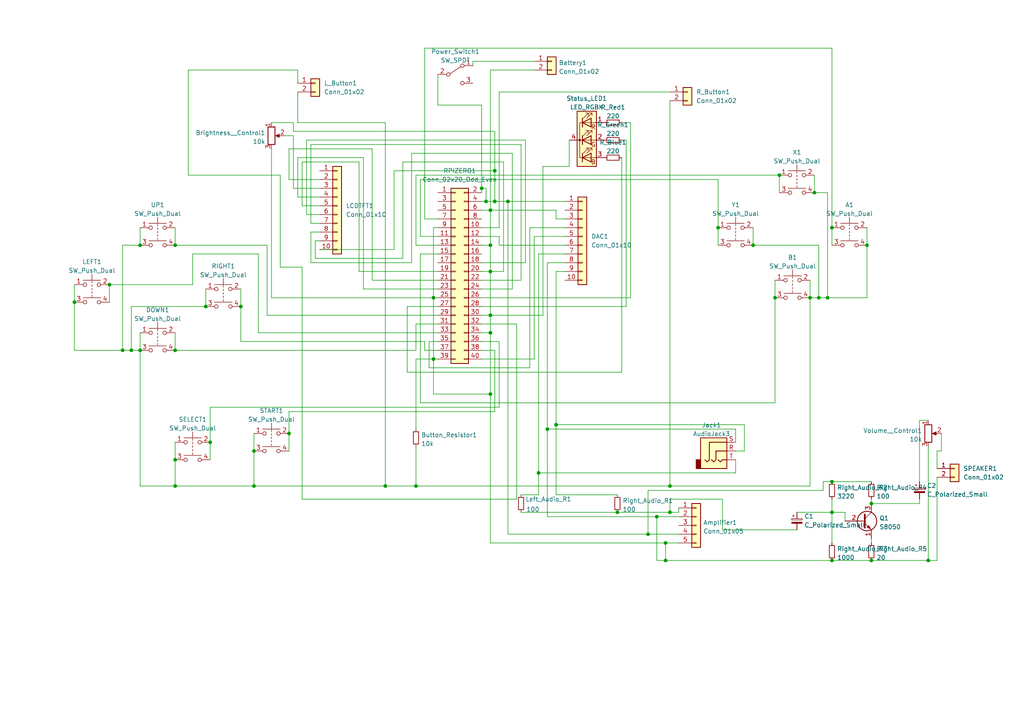
<source format=kicad_sch>
(kicad_sch (version 20211123) (generator eeschema)
  (paper "A4")
  (lib_symbols
    (symbol "Connector:AudioJack3"
      (property "Reference" "J" (at 0 8.89 0))
      (property "Value" "AudioJack3" (at 0 6.35 0))
      (symbol "AudioJack3_0_1"
        (rectangle (start -5.08 -5.08) (end -6.35 -2.54) (stroke (width 0.254)) (fill (type outline)))
        (polyline (pts (xy 0 -2.54) (xy 0.635 -3.175) (xy 1.27 -2.54) (xy 2.54 -2.54)) (stroke (width 0.254)))
        (polyline (pts (xy -1.905 -2.54) (xy -1.27 -3.175) (xy -0.635 -2.54) (xy -0.635 0) (xy 2.54 0)) (stroke (width 0.254)))
        (polyline (pts (xy 2.54 2.54) (xy -2.54 2.54) (xy -2.54 -2.54) (xy -3.175 -3.175) (xy -3.81 -2.54)) (stroke (width 0.254)))
        (rectangle (start 2.54 3.81) (end -5.08 -5.08) (stroke (width 0.254)) (fill (type background)))
      )
      (symbol "AudioJack3_1_1"
        (pin passive line (at 5.08 0 180) (length 2.54) (name "~") (number "R"))
        (pin passive line (at 5.08 2.54 180) (length 2.54) (name "~") (number "S"))
        (pin passive line (at 5.08 -2.54 180) (length 2.54) (name "~") (number "T"))
      )
    )
    (symbol "Connector_Generic:Conn_01x02" (pin_names (offset 1.016) hide)
      (property "Reference" "J" (at 0 2.54 0))
      (property "Value" "Conn_01x02" (at 0 -5.08 0))
      (symbol "Conn_01x02_1_1"
        (rectangle (start -1.27 -2.413) (end 0 -2.667) (stroke (width 0.1524)))
        (rectangle (start -1.27 0.127) (end 0 -0.127) (stroke (width 0.1524)))
        (rectangle (start -1.27 1.27) (end 1.27 -3.81) (stroke (width 0.254)) (fill (type background)))
        (pin passive line (at -5.08 0 0) (length 3.81) (name "Pin_1") (number "1"))
        (pin passive line (at -5.08 -2.54 0) (length 3.81) (name "Pin_2") (number "2"))
      )
    )
    (symbol "Connector_Generic:Conn_01x05" (pin_names (offset 1.016) hide)
      (property "Reference" "J" (at 0 7.62 0))
      (property "Value" "Conn_01x05" (at 0 -7.62 0))
      (symbol "Conn_01x05_1_1"
        (rectangle (start -1.27 -4.953) (end 0 -5.207) (stroke (width 0.1524)))
        (rectangle (start -1.27 -2.413) (end 0 -2.667) (stroke (width 0.1524)))
        (rectangle (start -1.27 0.127) (end 0 -0.127) (stroke (width 0.1524)))
        (rectangle (start -1.27 2.667) (end 0 2.413) (stroke (width 0.1524)))
        (rectangle (start -1.27 5.207) (end 0 4.953) (stroke (width 0.1524)))
        (rectangle (start -1.27 6.35) (end 1.27 -6.35) (stroke (width 0.254)) (fill (type background)))
        (pin passive line (at -5.08 5.08 0) (length 3.81) (name "Pin_1") (number "1"))
        (pin passive line (at -5.08 2.54 0) (length 3.81) (name "Pin_2") (number "2"))
        (pin passive line (at -5.08 0 0) (length 3.81) (name "Pin_3") (number "3"))
        (pin passive line (at -5.08 -2.54 0) (length 3.81) (name "Pin_4") (number "4"))
        (pin passive line (at -5.08 -5.08 0) (length 3.81) (name "Pin_5") (number "5"))
      )
    )
    (symbol "Connector_Generic:Conn_01x10" (pin_names (offset 1.016) hide)
      (property "Reference" "J" (at 0 12.7 0))
      (property "Value" "Conn_01x10" (at 0 -15.24 0))
      (symbol "Conn_01x10_1_1"
        (rectangle (start -1.27 -12.573) (end 0 -12.827) (stroke (width 0.1524)))
        (rectangle (start -1.27 -10.033) (end 0 -10.287) (stroke (width 0.1524)))
        (rectangle (start -1.27 -7.493) (end 0 -7.747) (stroke (width 0.1524)))
        (rectangle (start -1.27 -4.953) (end 0 -5.207) (stroke (width 0.1524)))
        (rectangle (start -1.27 -2.413) (end 0 -2.667) (stroke (width 0.1524)))
        (rectangle (start -1.27 0.127) (end 0 -0.127) (stroke (width 0.1524)))
        (rectangle (start -1.27 2.667) (end 0 2.413) (stroke (width 0.1524)))
        (rectangle (start -1.27 5.207) (end 0 4.953) (stroke (width 0.1524)))
        (rectangle (start -1.27 7.747) (end 0 7.493) (stroke (width 0.1524)))
        (rectangle (start -1.27 10.287) (end 0 10.033) (stroke (width 0.1524)))
        (rectangle (start -1.27 11.43) (end 1.27 -13.97) (stroke (width 0.254)) (fill (type background)))
        (pin passive line (at -5.08 10.16 0) (length 3.81) (name "Pin_1") (number "1"))
        (pin passive line (at -5.08 -12.7 0) (length 3.81) (name "Pin_10") (number "10"))
        (pin passive line (at -5.08 7.62 0) (length 3.81) (name "Pin_2") (number "2"))
        (pin passive line (at -5.08 5.08 0) (length 3.81) (name "Pin_3") (number "3"))
        (pin passive line (at -5.08 2.54 0) (length 3.81) (name "Pin_4") (number "4"))
        (pin passive line (at -5.08 0 0) (length 3.81) (name "Pin_5") (number "5"))
        (pin passive line (at -5.08 -2.54 0) (length 3.81) (name "Pin_6") (number "6"))
        (pin passive line (at -5.08 -5.08 0) (length 3.81) (name "Pin_7") (number "7"))
        (pin passive line (at -5.08 -7.62 0) (length 3.81) (name "Pin_8") (number "8"))
        (pin passive line (at -5.08 -10.16 0) (length 3.81) (name "Pin_9") (number "9"))
      )
    )
    (symbol "Connector_Generic:Conn_02x20_Odd_Even" (pin_names (offset 1.016) hide)
      (property "Reference" "J" (at 1.27 25.4 0))
      (property "Value" "Conn_02x20_Odd_Even" (at 1.27 -27.94 0))
      (symbol "Conn_02x20_Odd_Even_1_1"
        (rectangle (start -1.27 -25.273) (end 0 -25.527) (stroke (width 0.1524)))
        (rectangle (start -1.27 -22.733) (end 0 -22.987) (stroke (width 0.1524)))
        (rectangle (start -1.27 -20.193) (end 0 -20.447) (stroke (width 0.1524)))
        (rectangle (start -1.27 -17.653) (end 0 -17.907) (stroke (width 0.1524)))
        (rectangle (start -1.27 -15.113) (end 0 -15.367) (stroke (width 0.1524)))
        (rectangle (start -1.27 -12.573) (end 0 -12.827) (stroke (width 0.1524)))
        (rectangle (start -1.27 -10.033) (end 0 -10.287) (stroke (width 0.1524)))
        (rectangle (start -1.27 -7.493) (end 0 -7.747) (stroke (width 0.1524)))
        (rectangle (start -1.27 -4.953) (end 0 -5.207) (stroke (width 0.1524)))
        (rectangle (start -1.27 -2.413) (end 0 -2.667) (stroke (width 0.1524)))
        (rectangle (start -1.27 0.127) (end 0 -0.127) (stroke (width 0.1524)))
        (rectangle (start -1.27 2.667) (end 0 2.413) (stroke (width 0.1524)))
        (rectangle (start -1.27 5.207) (end 0 4.953) (stroke (width 0.1524)))
        (rectangle (start -1.27 7.747) (end 0 7.493) (stroke (width 0.1524)))
        (rectangle (start -1.27 10.287) (end 0 10.033) (stroke (width 0.1524)))
        (rectangle (start -1.27 12.827) (end 0 12.573) (stroke (width 0.1524)))
        (rectangle (start -1.27 15.367) (end 0 15.113) (stroke (width 0.1524)))
        (rectangle (start -1.27 17.907) (end 0 17.653) (stroke (width 0.1524)))
        (rectangle (start -1.27 20.447) (end 0 20.193) (stroke (width 0.1524)))
        (rectangle (start -1.27 22.987) (end 0 22.733) (stroke (width 0.1524)))
        (rectangle (start -1.27 24.13) (end 3.81 -26.67) (stroke (width 0.254)) (fill (type background)))
        (rectangle (start 3.81 -25.273) (end 2.54 -25.527) (stroke (width 0.1524)))
        (rectangle (start 3.81 -22.733) (end 2.54 -22.987) (stroke (width 0.1524)))
        (rectangle (start 3.81 -20.193) (end 2.54 -20.447) (stroke (width 0.1524)))
        (rectangle (start 3.81 -17.653) (end 2.54 -17.907) (stroke (width 0.1524)))
        (rectangle (start 3.81 -15.113) (end 2.54 -15.367) (stroke (width 0.1524)))
        (rectangle (start 3.81 -12.573) (end 2.54 -12.827) (stroke (width 0.1524)))
        (rectangle (start 3.81 -10.033) (end 2.54 -10.287) (stroke (width 0.1524)))
        (rectangle (start 3.81 -7.493) (end 2.54 -7.747) (stroke (width 0.1524)))
        (rectangle (start 3.81 -4.953) (end 2.54 -5.207) (stroke (width 0.1524)))
        (rectangle (start 3.81 -2.413) (end 2.54 -2.667) (stroke (width 0.1524)))
        (rectangle (start 3.81 0.127) (end 2.54 -0.127) (stroke (width 0.1524)))
        (rectangle (start 3.81 2.667) (end 2.54 2.413) (stroke (width 0.1524)))
        (rectangle (start 3.81 5.207) (end 2.54 4.953) (stroke (width 0.1524)))
        (rectangle (start 3.81 7.747) (end 2.54 7.493) (stroke (width 0.1524)))
        (rectangle (start 3.81 10.287) (end 2.54 10.033) (stroke (width 0.1524)))
        (rectangle (start 3.81 12.827) (end 2.54 12.573) (stroke (width 0.1524)))
        (rectangle (start 3.81 15.367) (end 2.54 15.113) (stroke (width 0.1524)))
        (rectangle (start 3.81 17.907) (end 2.54 17.653) (stroke (width 0.1524)))
        (rectangle (start 3.81 20.447) (end 2.54 20.193) (stroke (width 0.1524)))
        (rectangle (start 3.81 22.987) (end 2.54 22.733) (stroke (width 0.1524)))
        (pin passive line (at -5.08 22.86 0) (length 3.81) (name "Pin_1") (number "1"))
        (pin passive line (at 7.62 12.7 180) (length 3.81) (name "Pin_10") (number "10"))
        (pin passive line (at -5.08 10.16 0) (length 3.81) (name "Pin_11") (number "11"))
        (pin passive line (at 7.62 10.16 180) (length 3.81) (name "Pin_12") (number "12"))
        (pin passive line (at -5.08 7.62 0) (length 3.81) (name "Pin_13") (number "13"))
        (pin passive line (at 7.62 7.62 180) (length 3.81) (name "Pin_14") (number "14"))
        (pin passive line (at -5.08 5.08 0) (length 3.81) (name "Pin_15") (number "15"))
        (pin passive line (at 7.62 5.08 180) (length 3.81) (name "Pin_16") (number "16"))
        (pin passive line (at -5.08 2.54 0) (length 3.81) (name "Pin_17") (number "17"))
        (pin passive line (at 7.62 2.54 180) (length 3.81) (name "Pin_18") (number "18"))
        (pin passive line (at -5.08 0 0) (length 3.81) (name "Pin_19") (number "19"))
        (pin passive line (at 7.62 22.86 180) (length 3.81) (name "Pin_2") (number "2"))
        (pin passive line (at 7.62 0 180) (length 3.81) (name "Pin_20") (number "20"))
        (pin passive line (at -5.08 -2.54 0) (length 3.81) (name "Pin_21") (number "21"))
        (pin passive line (at 7.62 -2.54 180) (length 3.81) (name "Pin_22") (number "22"))
        (pin passive line (at -5.08 -5.08 0) (length 3.81) (name "Pin_23") (number "23"))
        (pin passive line (at 7.62 -5.08 180) (length 3.81) (name "Pin_24") (number "24"))
        (pin passive line (at -5.08 -7.62 0) (length 3.81) (name "Pin_25") (number "25"))
        (pin passive line (at 7.62 -7.62 180) (length 3.81) (name "Pin_26") (number "26"))
        (pin passive line (at -5.08 -10.16 0) (length 3.81) (name "Pin_27") (number "27"))
        (pin passive line (at 7.62 -10.16 180) (length 3.81) (name "Pin_28") (number "28"))
        (pin passive line (at -5.08 -12.7 0) (length 3.81) (name "Pin_29") (number "29"))
        (pin passive line (at -5.08 20.32 0) (length 3.81) (name "Pin_3") (number "3"))
        (pin passive line (at 7.62 -12.7 180) (length 3.81) (name "Pin_30") (number "30"))
        (pin passive line (at -5.08 -15.24 0) (length 3.81) (name "Pin_31") (number "31"))
        (pin passive line (at 7.62 -15.24 180) (length 3.81) (name "Pin_32") (number "32"))
        (pin passive line (at -5.08 -17.78 0) (length 3.81) (name "Pin_33") (number "33"))
        (pin passive line (at 7.62 -17.78 180) (length 3.81) (name "Pin_34") (number "34"))
        (pin passive line (at -5.08 -20.32 0) (length 3.81) (name "Pin_35") (number "35"))
        (pin passive line (at 7.62 -20.32 180) (length 3.81) (name "Pin_36") (number "36"))
        (pin passive line (at -5.08 -22.86 0) (length 3.81) (name "Pin_37") (number "37"))
        (pin passive line (at 7.62 -22.86 180) (length 3.81) (name "Pin_38") (number "38"))
        (pin passive line (at -5.08 -25.4 0) (length 3.81) (name "Pin_39") (number "39"))
        (pin passive line (at 7.62 20.32 180) (length 3.81) (name "Pin_4") (number "4"))
        (pin passive line (at 7.62 -25.4 180) (length 3.81) (name "Pin_40") (number "40"))
        (pin passive line (at -5.08 17.78 0) (length 3.81) (name "Pin_5") (number "5"))
        (pin passive line (at 7.62 17.78 180) (length 3.81) (name "Pin_6") (number "6"))
        (pin passive line (at -5.08 15.24 0) (length 3.81) (name "Pin_7") (number "7"))
        (pin passive line (at 7.62 15.24 180) (length 3.81) (name "Pin_8") (number "8"))
        (pin passive line (at -5.08 12.7 0) (length 3.81) (name "Pin_9") (number "9"))
      )
    )
    (symbol "Device:C_Polarized_Small" (pin_numbers hide) (pin_names (offset 0.254) hide)
      (property "Reference" "C" (at 0.254 1.778 0))
      (property "Value" "C_Polarized_Small" (at 0.254 -2.032 0))
      (symbol "C_Polarized_Small_0_1"
        (rectangle (start -1.524 -0.3048) (end 1.524 -0.6858) (fill (type outline)))
        (rectangle (start -1.524 0.6858) (end 1.524 0.3048))
        (polyline (pts (xy -1.27 1.524) (xy -0.762 1.524)))
        (polyline (pts (xy -1.016 1.27) (xy -1.016 1.778)))
      )
      (symbol "C_Polarized_Small_1_1"
        (pin passive line (at 0 2.54 270) (length 1.8542) (name "~") (number "1"))
        (pin passive line (at 0 -2.54 90) (length 1.8542) (name "~") (number "2"))
      )
    )
    (symbol "Device:LED_RGBK" (pin_names (offset 0) hide)
      (property "Reference" "D" (at 0 9.398 0))
      (property "Value" "LED_RGBK" (at 0 -8.89 0))
      (symbol "LED_RGBK_0_0"
        (text "B" (at 1.905 -6.35 0) (effects (font (size 1.27 1.27))))
        (text "G" (at 1.905 -1.27 0) (effects (font (size 1.27 1.27))))
        (text "R" (at 1.905 3.81 0) (effects (font (size 1.27 1.27))))
      )
      (symbol "LED_RGBK_0_1"
        (circle (center -2.032 0) (radius 0.254) (fill (type outline)))
        (polyline (pts (xy -1.27 -5.08) (xy 1.27 -5.08)))
        (polyline (pts (xy -1.27 -3.81) (xy -1.27 -6.35)) (stroke (width 0.254)))
        (polyline (pts (xy -1.27 0) (xy -2.54 0)))
        (polyline (pts (xy -1.27 1.27) (xy -1.27 -1.27)) (stroke (width 0.254)))
        (polyline (pts (xy -1.27 5.08) (xy 1.27 5.08)))
        (polyline (pts (xy -1.27 6.35) (xy -1.27 3.81)) (stroke (width 0.254)))
        (polyline (pts (xy 1.27 -5.08) (xy 2.54 -5.08)))
        (polyline (pts (xy 1.27 0) (xy -1.27 0)))
        (polyline (pts (xy 1.27 0) (xy 2.54 0)))
        (polyline (pts (xy 1.27 5.08) (xy 2.54 5.08)))
        (polyline (pts (xy -1.27 1.27) (xy -1.27 -1.27) (xy -1.27 -1.27)))
        (polyline (pts (xy -1.27 6.35) (xy -1.27 3.81) (xy -1.27 3.81)))
        (polyline (pts (xy -1.27 5.08) (xy -2.032 5.08) (xy -2.032 -5.08) (xy -1.016 -5.08)))
        (polyline (pts (xy 1.27 -3.81) (xy 1.27 -6.35) (xy -1.27 -5.08) (xy 1.27 -3.81)) (stroke (width 0.254)))
        (polyline (pts (xy 1.27 1.27) (xy 1.27 -1.27) (xy -1.27 0) (xy 1.27 1.27)) (stroke (width 0.254)))
        (polyline (pts (xy 1.27 6.35) (xy 1.27 3.81) (xy -1.27 5.08) (xy 1.27 6.35)) (stroke (width 0.254)))
        (polyline (pts (xy -1.016 -3.81) (xy 0.508 -2.286) (xy -0.254 -2.286) (xy 0.508 -2.286) (xy 0.508 -3.048)))
        (polyline (pts (xy -1.016 1.27) (xy 0.508 2.794) (xy -0.254 2.794) (xy 0.508 2.794) (xy 0.508 2.032)))
        (polyline (pts (xy -1.016 6.35) (xy 0.508 7.874) (xy -0.254 7.874) (xy 0.508 7.874) (xy 0.508 7.112)))
        (polyline (pts (xy 0 -3.81) (xy 1.524 -2.286) (xy 0.762 -2.286) (xy 1.524 -2.286) (xy 1.524 -3.048)))
        (polyline (pts (xy 0 1.27) (xy 1.524 2.794) (xy 0.762 2.794) (xy 1.524 2.794) (xy 1.524 2.032)))
        (polyline (pts (xy 0 6.35) (xy 1.524 7.874) (xy 0.762 7.874) (xy 1.524 7.874) (xy 1.524 7.112)))
        (rectangle (start 1.27 -1.27) (end 1.27 1.27))
        (rectangle (start 1.27 1.27) (end 1.27 1.27))
        (rectangle (start 1.27 3.81) (end 1.27 6.35))
        (rectangle (start 1.27 6.35) (end 1.27 6.35))
        (rectangle (start 2.794 8.382) (end -2.794 -7.62) (stroke (width 0.254)) (fill (type background)))
      )
      (symbol "LED_RGBK_1_1"
        (pin passive line (at 5.08 5.08 180) (length 2.54) (name "RA") (number "1"))
        (pin passive line (at 5.08 0 180) (length 2.54) (name "GA") (number "2"))
        (pin passive line (at 5.08 -5.08 180) (length 2.54) (name "BA") (number "3"))
        (pin passive line (at -5.08 0 0) (length 2.54) (name "K") (number "4"))
      )
    )
    (symbol "Device:R_Potentiometer" (pin_names (offset 1.016) hide)
      (property "Reference" "RV" (at -4.445 0 90))
      (property "Value" "R_Potentiometer" (at -2.54 0 90))
      (symbol "R_Potentiometer_0_1"
        (polyline (pts (xy 2.54 0) (xy 1.524 0)))
        (polyline (pts (xy 1.143 0) (xy 2.286 0.508) (xy 2.286 -0.508) (xy 1.143 0)) (fill (type outline)))
        (rectangle (start 1.016 2.54) (end -1.016 -2.54) (stroke (width 0.254)))
      )
      (symbol "R_Potentiometer_1_1"
        (pin passive line (at 0 3.81 270) (length 1.27) (name "1") (number "1"))
        (pin passive line (at 3.81 0 180) (length 1.27) (name "2") (number "2"))
        (pin passive line (at 0 -3.81 90) (length 1.27) (name "3") (number "3"))
      )
    )
    (symbol "Device:R_Small" (pin_numbers hide) (pin_names (offset 0.254) hide)
      (property "Reference" "R" (at 0.762 0.508 0))
      (property "Value" "R_Small" (at 0.762 -1.016 0))
      (symbol "R_Small_0_1"
        (rectangle (start -0.762 1.778) (end 0.762 -1.778) (stroke (width 0.2032)))
      )
      (symbol "R_Small_1_1"
        (pin passive line (at 0 2.54 270) (length 0.762) (name "~") (number "1"))
        (pin passive line (at 0 -2.54 90) (length 0.762) (name "~") (number "2"))
      )
    )
    (symbol "Switch:SW_Push_Dual" (pin_names (offset 1.016) hide)
      (property "Reference" "SW" (at 1.27 2.54 0))
      (property "Value" "SW_Push_Dual" (at 0 -6.858 0))
      (symbol "SW_Push_Dual_0_1"
        (circle (center -2.032 -5.08) (radius 0.508))
        (circle (center -2.032 0) (radius 0.508))
        (polyline (pts (xy 0 -3.048) (xy 0 -3.556)))
        (polyline (pts (xy 0 -2.032) (xy 0 -2.54)))
        (polyline (pts (xy 0 -1.524) (xy 0 -1.016)))
        (polyline (pts (xy 0 -0.508) (xy 0 0)))
        (polyline (pts (xy 0 0.508) (xy 0 1.016)))
        (polyline (pts (xy 0 1.27) (xy 0 3.048)))
        (polyline (pts (xy 2.54 -3.81) (xy -2.54 -3.81)))
        (polyline (pts (xy 2.54 1.27) (xy -2.54 1.27)))
        (circle (center 2.032 -5.08) (radius 0.508))
        (circle (center 2.032 0) (radius 0.508))
        (pin passive line (at -5.08 0 0) (length 2.54) (name "1") (number "1"))
        (pin passive line (at 5.08 0 180) (length 2.54) (name "2") (number "2"))
        (pin passive line (at -5.08 -5.08 0) (length 2.54) (name "3") (number "3"))
        (pin passive line (at 5.08 -5.08 180) (length 2.54) (name "4") (number "4"))
      )
    )
    (symbol "Switch:SW_SPDT" (pin_names (offset 0) hide)
      (property "Reference" "SW" (at 0 4.318 0))
      (property "Value" "SW_SPDT" (at 0 -5.08 0))
      (symbol "SW_SPDT_0_0"
        (circle (center -2.032 0) (radius 0.508))
        (circle (center 2.032 -2.54) (radius 0.508))
      )
      (symbol "SW_SPDT_0_1"
        (polyline (pts (xy -1.524 0.254) (xy 1.651 2.286)))
        (circle (center 2.032 2.54) (radius 0.508))
      )
      (symbol "SW_SPDT_1_1"
        (pin passive line (at 5.08 2.54 180) (length 2.54) (name "A") (number "1"))
        (pin passive line (at -5.08 0 0) (length 2.54) (name "B") (number "2"))
        (pin passive line (at 5.08 -2.54 180) (length 2.54) (name "C") (number "3"))
      )
    )
    (symbol "Transistor_BJT:S8050" (pin_names (offset 0) hide)
      (property "Reference" "Q" (at 5.08 1.905 0))
      (property "Value" "S8050" (at 5.08 0 0))
      (symbol "S8050_0_1"
        (polyline (pts (xy 0 0) (xy 0.635 0)))
        (polyline (pts (xy 0.635 0.635) (xy 2.54 2.54)))
        (polyline (pts (xy 0.635 -0.635) (xy 2.54 -2.54) (xy 2.54 -2.54)))
        (polyline (pts (xy 0.635 1.905) (xy 0.635 -1.905) (xy 0.635 -1.905)) (stroke (width 0.508)))
        (polyline (pts (xy 1.27 -1.778) (xy 1.778 -1.27) (xy 2.286 -2.286) (xy 1.27 -1.778) (xy 1.27 -1.778)) (fill (type outline)))
        (circle (center 1.27 0) (radius 2.8194) (stroke (width 0.254)))
      )
      (symbol "S8050_1_1"
        (pin passive line (at 2.54 -5.08 90) (length 2.54) (name "E") (number "1"))
        (pin input line (at -5.08 0 0) (length 5.08) (name "B") (number "2"))
        (pin passive line (at 2.54 5.08 270) (length 2.54) (name "C") (number "3"))
      )
    )
  )
  (junction (at 161.29 123.19))
  (junction (at 156.21 137.16))
  (junction (at 142.24 91.44))
  (junction (at 194.31 148.59))
  (junction (at 83.82 125.73))
  (junction (at 241.3 139.7))
  (junction (at 241.3 66.04))
  (junction (at 143.51 49.53))
  (junction (at 226.06 50.8))
  (junction (at 38.1 101.6))
  (junction (at 21.59 87.63))
  (junction (at 194.31 140.97))
  (junction (at 237.49 86.36))
  (junction (at 125.73 104.14))
  (junction (at 140.97 58.42))
  (junction (at 190.5 149.86))
  (junction (at 234.95 86.36))
  (junction (at 193.04 162.56))
  (junction (at 50.8 140.97))
  (junction (at 139.7 54.61))
  (junction (at 224.79 86.36))
  (junction (at 69.85 88.9))
  (junction (at 111.76 140.97))
  (junction (at 252.73 162.56))
  (junction (at 142.24 96.52))
  (junction (at 158.75 124.46))
  (junction (at 142.24 114.3))
  (junction (at 40.64 71.12))
  (junction (at 187.96 154.94))
  (junction (at 142.24 71.12))
  (junction (at 125.73 86.36))
  (junction (at 208.28 66.04))
  (junction (at 241.3 148.59))
  (junction (at 120.65 140.97))
  (junction (at 147.32 58.42))
  (junction (at 40.64 101.6))
  (junction (at 59.69 88.9))
  (junction (at 142.24 78.74))
  (junction (at 142.24 60.96))
  (junction (at 35.56 101.6))
  (junction (at 50.8 101.6))
  (junction (at 240.03 86.36))
  (junction (at 50.8 71.12))
  (junction (at 236.22 55.88))
  (junction (at 179.07 148.59))
  (junction (at 241.3 162.56))
  (junction (at 31.75 82.55))
  (junction (at 73.66 140.97))
  (junction (at 193.04 157.48))
  (junction (at 218.44 71.12))
  (junction (at 251.46 71.12))
  (junction (at 50.8 133.35))
  (junction (at 252.73 146.05))
  (junction (at 269.24 162.56))
  (junction (at 73.66 130.81))
  (junction (at 143.51 58.42))
  (junction (at 60.96 128.27))
  (wire (pts (xy 118.11 88.9) (xy 118.11 107.95)))
  (wire (pts (xy 143.51 49.53) (xy 143.51 58.42)))
  (wire (pts (xy 187.96 142.24) (xy 238.76 142.24)))
  (wire (pts (xy 91.44 69.85) (xy 91.44 74.93)))
  (wire (pts (xy 120.65 104.14) (xy 125.73 104.14)))
  (wire (pts (xy 196.85 148.59) (xy 196.85 147.32)))
  (wire (pts (xy 142.24 20.32) (xy 142.24 60.96)))
  (wire (pts (xy 111.76 140.97) (xy 120.65 140.97)))
  (wire (pts (xy 209.55 153.67) (xy 209.55 144.78)))
  (wire (pts (xy 226.06 50.8) (xy 226.06 55.88)))
  (wire (pts (xy 231.14 148.59) (xy 241.3 148.59)))
  (wire (pts (xy 73.66 125.73) (xy 73.66 130.81)))
  (wire (pts (xy 87.63 144.78) (xy 87.63 77.47)))
  (wire (pts (xy 87.63 59.69) (xy 87.63 46.99)))
  (wire (pts (xy 60.96 128.27) (xy 60.96 133.35)))
  (wire (pts (xy 121.92 116.84) (xy 121.92 73.66)))
  (wire (pts (xy 251.46 66.04) (xy 251.46 71.12)))
  (wire (pts (xy 92.71 62.23) (xy 88.9 62.23)))
  (wire (pts (xy 105.41 83.82) (xy 127 83.82)))
  (wire (pts (xy 269.24 162.56) (xy 271.78 162.56)))
  (wire (pts (xy 240.03 86.36) (xy 237.49 86.36)))
  (wire (pts (xy 21.59 87.63) (xy 21.59 101.6)))
  (wire (pts (xy 237.49 71.12) (xy 237.49 86.36)))
  (wire (pts (xy 149.86 93.98) (xy 149.86 144.78)))
  (wire (pts (xy 180.34 45.72) (xy 180.34 107.95)))
  (wire (pts (xy 60.96 128.27) (xy 60.96 118.11)))
  (wire (pts (xy 142.24 78.74) (xy 142.24 91.44)))
  (wire (pts (xy 142.24 91.44) (xy 139.7 91.44)))
  (wire (pts (xy 215.9 130.81) (xy 215.9 123.19)))
  (wire (pts (xy 251.46 71.12) (xy 251.46 86.36)))
  (wire (pts (xy 116.84 74.93) (xy 116.84 46.99)))
  (wire (pts (xy 151.13 148.59) (xy 179.07 148.59)))
  (wire (pts (xy 92.71 59.69) (xy 87.63 59.69)))
  (wire (pts (xy 125.73 104.14) (xy 125.73 114.3)))
  (wire (pts (xy 241.3 148.59) (xy 241.3 157.48)))
  (wire (pts (xy 161.29 78.74) (xy 161.29 123.19)))
  (wire (pts (xy 54.61 50.8) (xy 54.61 20.32)))
  (wire (pts (xy 125.73 86.36) (xy 125.73 104.14)))
  (wire (pts (xy 81.28 50.8) (xy 54.61 50.8)))
  (wire (pts (xy 194.31 148.59) (xy 196.85 148.59)))
  (wire (pts (xy 209.55 153.67) (xy 231.14 153.67)))
  (wire (pts (xy 50.8 96.52) (xy 50.8 101.6)))
  (wire (pts (xy 50.8 128.27) (xy 50.8 133.35)))
  (wire (pts (xy 40.64 71.12) (xy 35.56 71.12)))
  (wire (pts (xy 142.24 114.3) (xy 142.24 157.48)))
  (wire (pts (xy 86.36 57.15) (xy 86.36 45.72)))
  (wire (pts (xy 241.3 162.56) (xy 252.73 162.56)))
  (wire (pts (xy 38.1 88.9) (xy 38.1 101.6)))
  (wire (pts (xy 87.63 46.99) (xy 104.14 46.99)))
  (wire (pts (xy 147.32 154.94) (xy 187.96 154.94)))
  (wire (pts (xy 213.36 124.46) (xy 158.75 124.46)))
  (wire (pts (xy 119.38 44.45) (xy 148.59 44.45)))
  (wire (pts (xy 85.09 39.37) (xy 82.55 39.37)))
  (wire (pts (xy 137.16 17.78) (xy 154.94 17.78)))
  (wire (pts (xy 163.83 63.5) (xy 161.29 63.5)))
  (wire (pts (xy 139.7 54.61) (xy 139.7 55.88)))
  (wire (pts (xy 127 21.59) (xy 127 30.48)))
  (wire (pts (xy 85.09 35.56) (xy 78.74 35.56)))
  (wire (pts (xy 151.13 41.91) (xy 151.13 81.28)))
  (wire (pts (xy 194.31 144.78) (xy 194.31 148.59)))
  (wire (pts (xy 83.82 119.38) (xy 143.51 119.38)))
  (wire (pts (xy 226.06 50.8) (xy 120.65 50.8)))
  (wire (pts (xy 236.22 50.8) (xy 236.22 55.88)))
  (wire (pts (xy 187.96 154.94) (xy 196.85 154.94)))
  (wire (pts (xy 92.71 67.31) (xy 90.17 67.31)))
  (wire (pts (xy 142.24 60.96) (xy 142.24 71.12)))
  (wire (pts (xy 163.83 73.66) (xy 156.21 73.66)))
  (wire (pts (xy 139.7 78.74) (xy 142.24 78.74)))
  (wire (pts (xy 120.65 93.98) (xy 127 93.98)))
  (wire (pts (xy 143.51 58.42) (xy 140.97 58.42)))
  (wire (pts (xy 31.75 82.55) (xy 31.75 87.63)))
  (wire (pts (xy 78.74 43.18) (xy 78.74 86.36)))
  (wire (pts (xy 161.29 123.19) (xy 161.29 143.51)))
  (wire (pts (xy 266.7 146.05) (xy 266.7 144.78)))
  (wire (pts (xy 31.75 82.55) (xy 55.88 82.55)))
  (wire (pts (xy 40.64 101.6) (xy 40.64 140.97)))
  (wire (pts (xy 40.64 140.97) (xy 50.8 140.97)))
  (wire (pts (xy 142.24 91.44) (xy 142.24 96.52)))
  (wire (pts (xy 139.7 54.61) (xy 140.97 54.61)))
  (wire (pts (xy 193.04 162.56) (xy 190.5 162.56)))
  (wire (pts (xy 111.76 35.56) (xy 111.76 140.97)))
  (wire (pts (xy 213.36 137.16) (xy 156.21 137.16)))
  (wire (pts (xy 120.65 140.97) (xy 120.65 129.54)))
  (wire (pts (xy 35.56 101.6) (xy 38.1 101.6)))
  (wire (pts (xy 252.73 162.56) (xy 269.24 162.56)))
  (wire (pts (xy 88.9 62.23) (xy 88.9 40.64)))
  (wire (pts (xy 237.49 86.36) (xy 234.95 86.36)))
  (wire (pts (xy 241.3 144.78) (xy 241.3 148.59)))
  (wire (pts (xy 90.17 41.91) (xy 151.13 41.91)))
  (wire (pts (xy 78.74 86.36) (xy 125.73 86.36)))
  (wire (pts (xy 142.24 20.32) (xy 154.94 20.32)))
  (wire (pts (xy 35.56 71.12) (xy 35.56 101.6)))
  (wire (pts (xy 69.85 83.82) (xy 69.85 88.9)))
  (wire (pts (xy 123.19 63.5) (xy 127 63.5)))
  (wire (pts (xy 251.46 86.36) (xy 240.03 86.36)))
  (wire (pts (xy 139.7 68.58) (xy 144.78 68.58)))
  (wire (pts (xy 218.44 71.12) (xy 237.49 71.12)))
  (wire (pts (xy 88.9 40.64) (xy 152.4 40.64)))
  (wire (pts (xy 240.03 55.88) (xy 240.03 86.36)))
  (wire (pts (xy 271.78 162.56) (xy 271.78 138.43)))
  (wire (pts (xy 157.48 48.26) (xy 157.48 91.44)))
  (wire (pts (xy 156.21 73.66) (xy 156.21 137.16)))
  (wire (pts (xy 182.88 86.36) (xy 139.7 86.36)))
  (wire (pts (xy 154.94 68.58) (xy 154.94 104.14)))
  (wire (pts (xy 158.75 76.2) (xy 158.75 124.46)))
  (wire (pts (xy 91.44 74.93) (xy 116.84 74.93)))
  (wire (pts (xy 143.51 101.6) (xy 139.7 101.6)))
  (wire (pts (xy 92.71 72.39) (xy 114.3 72.39)))
  (wire (pts (xy 153.67 66.04) (xy 153.67 106.68)))
  (wire (pts (xy 85.09 54.61) (xy 85.09 39.37)))
  (wire (pts (xy 266.7 121.92) (xy 269.24 121.92)))
  (wire (pts (xy 116.84 46.99) (xy 146.05 46.99)))
  (wire (pts (xy 193.04 162.56) (xy 193.04 157.48)))
  (wire (pts (xy 193.04 157.48) (xy 142.24 157.48)))
  (wire (pts (xy 182.88 35.56) (xy 182.88 86.36)))
  (wire (pts (xy 85.09 38.1) (xy 85.09 35.56)))
  (wire (pts (xy 252.73 156.21) (xy 252.73 157.48)))
  (wire (pts (xy 271.78 130.81) (xy 273.05 130.81)))
  (wire (pts (xy 153.67 106.68) (xy 124.46 106.68)))
  (wire (pts (xy 107.95 43.18) (xy 107.95 81.28)))
  (wire (pts (xy 86.36 26.67) (xy 86.36 35.56)))
  (wire (pts (xy 119.38 76.2) (xy 119.38 44.45)))
  (wire (pts (xy 146.05 46.99) (xy 146.05 78.74)))
  (wire (pts (xy 124.46 106.68) (xy 124.46 99.06)))
  (wire (pts (xy 60.96 118.11) (xy 144.78 118.11)))
  (wire (pts (xy 83.82 52.07) (xy 83.82 43.18)))
  (wire (pts (xy 148.59 44.45) (xy 148.59 83.82)))
  (wire (pts (xy 86.36 24.13) (xy 86.36 20.32)))
  (wire (pts (xy 163.83 66.04) (xy 153.67 66.04)))
  (wire (pts (xy 148.59 83.82) (xy 139.7 83.82)))
  (wire (pts (xy 142.24 96.52) (xy 142.24 114.3)))
  (wire (pts (xy 73.66 130.81) (xy 73.66 140.97)))
  (wire (pts (xy 181.61 40.64) (xy 181.61 88.9)))
  (wire (pts (xy 144.78 99.06) (xy 139.7 99.06)))
  (wire (pts (xy 224.79 116.84) (xy 121.92 116.84)))
  (wire (pts (xy 190.5 149.86) (xy 190.5 162.56)))
  (wire (pts (xy 123.19 13.97) (xy 123.19 63.5)))
  (wire (pts (xy 165.1 40.64) (xy 165.1 48.26)))
  (wire (pts (xy 92.71 69.85) (xy 91.44 69.85)))
  (wire (pts (xy 114.3 72.39) (xy 114.3 49.53)))
  (wire (pts (xy 92.71 64.77) (xy 90.17 64.77)))
  (wire (pts (xy 163.83 68.58) (xy 154.94 68.58)))
  (wire (pts (xy 92.71 52.07) (xy 83.82 52.07)))
  (wire (pts (xy 118.11 107.95) (xy 180.34 107.95)))
  (wire (pts (xy 81.28 77.47) (xy 81.28 50.8)))
  (wire (pts (xy 158.75 124.46) (xy 158.75 149.86)))
  (wire (pts (xy 139.7 76.2) (xy 152.4 76.2)))
  (wire (pts (xy 143.51 119.38) (xy 143.51 101.6)))
  (wire (pts (xy 245.11 148.59) (xy 245.11 151.13)))
  (wire (pts (xy 154.94 104.14) (xy 139.7 104.14)))
  (wire (pts (xy 241.3 13.97) (xy 123.19 13.97)))
  (wire (pts (xy 179.07 148.59) (xy 194.31 148.59)))
  (wire (pts (xy 163.83 78.74) (xy 161.29 78.74)))
  (wire (pts (xy 213.36 130.81) (xy 215.9 130.81)))
  (wire (pts (xy 241.3 66.04) (xy 241.3 71.12)))
  (wire (pts (xy 147.32 58.42) (xy 147.32 154.94)))
  (wire (pts (xy 161.29 63.5) (xy 161.29 60.96)))
  (wire (pts (xy 77.47 91.44) (xy 127 91.44)))
  (wire (pts (xy 209.55 144.78) (xy 194.31 144.78)))
  (wire (pts (xy 161.29 143.51) (xy 179.07 143.51)))
  (wire (pts (xy 107.95 81.28) (xy 127 81.28)))
  (wire (pts (xy 74.93 73.66) (xy 74.93 96.52)))
  (wire (pts (xy 90.17 67.31) (xy 90.17 76.2)))
  (wire (pts (xy 236.22 55.88) (xy 240.03 55.88)))
  (wire (pts (xy 73.66 140.97) (xy 111.76 140.97)))
  (wire (pts (xy 139.7 81.28) (xy 151.13 81.28)))
  (wire (pts (xy 104.14 78.74) (xy 127 78.74)))
  (wire (pts (xy 156.21 137.16) (xy 156.21 143.51)))
  (wire (pts (xy 142.24 71.12) (xy 139.7 71.12)))
  (wire (pts (xy 59.69 88.9) (xy 38.1 88.9)))
  (wire (pts (xy 208.28 66.04) (xy 208.28 52.07)))
  (wire (pts (xy 83.82 43.18) (xy 107.95 43.18)))
  (wire (pts (xy 121.92 73.66) (xy 127 73.66)))
  (wire (pts (xy 38.1 101.6) (xy 40.64 101.6)))
  (wire (pts (xy 90.17 64.77) (xy 90.17 41.91)))
  (wire (pts (xy 74.93 96.52) (xy 127 96.52)))
  (wire (pts (xy 125.73 86.36) (xy 125.73 66.04)))
  (wire (pts (xy 152.4 40.64) (xy 152.4 76.2)))
  (wire (pts (xy 121.92 68.58) (xy 127 68.58)))
  (wire (pts (xy 238.76 139.7) (xy 241.3 139.7)))
  (wire (pts (xy 21.59 82.55) (xy 21.59 87.63)))
  (wire (pts (xy 140.97 54.61) (xy 140.97 58.42)))
  (wire (pts (xy 127 88.9) (xy 118.11 88.9)))
  (wire (pts (xy 143.51 58.42) (xy 147.32 58.42)))
  (wire (pts (xy 252.73 144.78) (xy 252.73 146.05)))
  (wire (pts (xy 151.13 143.51) (xy 156.21 143.51)))
  (wire (pts (xy 144.78 71.12) (xy 144.78 68.58)))
  (wire (pts (xy 120.65 101.6) (xy 120.65 93.98)))
  (wire (pts (xy 120.65 71.12) (xy 127 71.12)))
  (wire (pts (xy 218.44 66.04) (xy 218.44 71.12)))
  (wire (pts (xy 139.7 60.96) (xy 142.24 60.96)))
  (wire (pts (xy 55.88 82.55) (xy 55.88 73.66)))
  (wire (pts (xy 137.16 19.05) (xy 137.16 17.78)))
  (wire (pts (xy 125.73 104.14) (xy 127 104.14)))
  (wire (pts (xy 157.48 91.44) (xy 142.24 91.44)))
  (wire (pts (xy 139.7 93.98) (xy 149.86 93.98)))
  (wire (pts (xy 86.36 35.56) (xy 111.76 35.56)))
  (wire (pts (xy 50.8 101.6) (xy 120.65 101.6)))
  (wire (pts (xy 215.9 123.19) (xy 161.29 123.19)))
  (wire (pts (xy 187.96 154.94) (xy 187.96 142.24)))
  (wire (pts (xy 40.64 66.04) (xy 40.64 71.12)))
  (wire (pts (xy 144.78 26.67) (xy 144.78 66.04)))
  (wire (pts (xy 269.24 129.54) (xy 269.24 162.56)))
  (wire (pts (xy 158.75 149.86) (xy 190.5 149.86)))
  (wire (pts (xy 180.34 35.56) (xy 182.88 35.56)))
  (wire (pts (xy 50.8 133.35) (xy 50.8 140.97)))
  (wire (pts (xy 190.5 149.86) (xy 196.85 149.86)))
  (wire (pts (xy 139.7 96.52) (xy 142.24 96.52)))
  (wire (pts (xy 50.8 71.12) (xy 77.47 71.12)))
  (wire (pts (xy 125.73 66.04) (xy 127 66.04)))
  (wire (pts (xy 77.47 71.12) (xy 77.47 91.44)))
  (wire (pts (xy 92.71 57.15) (xy 86.36 57.15)))
  (wire (pts (xy 21.59 101.6) (xy 35.56 101.6)))
  (wire (pts (xy 142.24 71.12) (xy 142.24 78.74)))
  (wire (pts (xy 252.73 146.05) (xy 266.7 146.05)))
  (wire (pts (xy 193.04 162.56) (xy 241.3 162.56)))
  (wire (pts (xy 123.19 99.06) (xy 123.19 101.6)))
  (wire (pts (xy 143.51 49.53) (xy 143.51 38.1)))
  (wire (pts (xy 213.36 133.35) (xy 213.36 137.16)))
  (wire (pts (xy 194.31 26.67) (xy 144.78 26.67)))
  (wire (pts (xy 50.8 66.04) (xy 50.8 71.12)))
  (wire (pts (xy 120.65 50.8) (xy 120.65 71.12)))
  (wire (pts (xy 92.71 54.61) (xy 85.09 54.61)))
  (wire (pts (xy 224.79 81.28) (xy 224.79 86.36)))
  (wire (pts (xy 234.95 81.28) (xy 234.95 86.36)))
  (wire (pts (xy 165.1 48.26) (xy 157.48 48.26)))
  (wire (pts (xy 59.69 83.82) (xy 59.69 88.9)))
  (wire (pts (xy 144.78 118.11) (xy 144.78 99.06)))
  (wire (pts (xy 127 30.48) (xy 139.7 30.48)))
  (wire (pts (xy 40.64 96.52) (xy 40.64 101.6)))
  (wire (pts (xy 69.85 88.9) (xy 69.85 99.06)))
  (wire (pts (xy 208.28 66.04) (xy 208.28 71.12)))
  (wire (pts (xy 50.8 140.97) (xy 73.66 140.97)))
  (wire (pts (xy 241.3 139.7) (xy 252.73 139.7)))
  (wire (pts (xy 120.65 140.97) (xy 194.31 140.97)))
  (wire (pts (xy 180.34 40.64) (xy 181.61 40.64)))
  (wire (pts (xy 125.73 86.36) (xy 127 86.36)))
  (wire (pts (xy 213.36 128.27) (xy 213.36 124.46)))
  (wire (pts (xy 273.05 130.81) (xy 273.05 125.73)))
  (wire (pts (xy 271.78 135.89) (xy 271.78 130.81)))
  (wire (pts (xy 181.61 88.9) (xy 139.7 88.9)))
  (wire (pts (xy 83.82 125.73) (xy 83.82 119.38)))
  (wire (pts (xy 163.83 71.12) (xy 144.78 71.12)))
  (wire (pts (xy 86.36 45.72) (xy 105.41 45.72)))
  (wire (pts (xy 144.78 66.04) (xy 139.7 66.04)))
  (wire (pts (xy 121.92 52.07) (xy 121.92 68.58)))
  (wire (pts (xy 266.7 121.92) (xy 266.7 139.7)))
  (wire (pts (xy 125.73 114.3) (xy 142.24 114.3)))
  (wire (pts (xy 142.24 60.96) (xy 161.29 60.96)))
  (wire (pts (xy 139.7 30.48) (xy 139.7 54.61)))
  (wire (pts (xy 114.3 49.53) (xy 143.51 49.53)))
  (wire (pts (xy 55.88 73.66) (xy 74.93 73.66)))
  (wire (pts (xy 105.41 45.72) (xy 105.41 83.82)))
  (wire (pts (xy 120.65 124.46) (xy 120.65 104.14)))
  (wire (pts (xy 234.95 86.36) (xy 234.95 140.97)))
  (wire (pts (xy 194.31 29.21) (xy 194.31 140.97)))
  (wire (pts (xy 238.76 142.24) (xy 238.76 139.7)))
  (wire (pts (xy 163.83 76.2) (xy 158.75 76.2)))
  (wire (pts (xy 147.32 58.42) (xy 163.83 58.42)))
  (wire (pts (xy 208.28 52.07) (xy 121.92 52.07)))
  (wire (pts (xy 196.85 157.48) (xy 193.04 157.48)))
  (wire (pts (xy 54.61 20.32) (xy 86.36 20.32)))
  (wire (pts (xy 241.3 148.59) (xy 245.11 148.59)))
  (wire (pts (xy 87.63 77.47) (xy 81.28 77.47)))
  (wire (pts (xy 124.46 99.06) (xy 127 99.06)))
  (wire (pts (xy 149.86 144.78) (xy 87.63 144.78)))
  (wire (pts (xy 140.97 58.42) (xy 139.7 58.42)))
  (wire (pts (xy 123.19 101.6) (xy 127 101.6)))
  (wire (pts (xy 234.95 140.97) (xy 194.31 140.97)))
  (wire (pts (xy 83.82 125.73) (xy 83.82 130.81)))
  (wire (pts (xy 90.17 76.2) (xy 119.38 76.2)))
  (wire (pts (xy 142.24 78.74) (xy 146.05 78.74)))
  (wire (pts (xy 143.51 38.1) (xy 85.09 38.1)))
  (wire (pts (xy 241.3 66.04) (xy 241.3 13.97)))
  (wire (pts (xy 69.85 99.06) (xy 123.19 99.06)))
  (wire (pts (xy 104.14 46.99) (xy 104.14 78.74)))
  (wire (pts (xy 224.79 86.36) (xy 224.79 116.84)))
  (symbol (lib_id "Switch:SW_Push_Dual") (at 229.87 81.28 0) (unit 1)
    (property "Reference" "B1" (at 229.87 74.6592 0))
    (property "Value" "SW_Push_Dual" (at 229.87 77.1961 0))
    (property "Footprint" "Button_Switch_THT:SW_PUSH_6mm" (effects hide))
  )
  (symbol (lib_id "Connector_Generic:Conn_02x20_Odd_Even") (at 132.08 78.74 0) (unit 1)
    (property "Reference" "RPIZERO1" (at 133.35 49.53 0))
    (property "Value" "Conn_02x20_Odd_Even" (at 133.35 52.07 0))
    (property "Footprint" "Connector_PinHeader_2.54mm:PinHeader_2x20_P2.54mm_Vertical" (effects hide))
  )
  (symbol (lib_id "Connector_Generic:Conn_01x02") (at 199.39 26.67 0) (unit 1)
    (property "Reference" "R_Button1" (at 201.93 26.6699 0) (effects (justify left)))
    (property "Value" "Conn_01x02" (at 201.93 29.2099 0) (effects (justify left)))
    (property "Footprint" "Connector_PinHeader_2.54mm:PinHeader_1x02_P2.54mm_Vertical" (effects hide))
  )
  (symbol (lib_id "Connector_Generic:Conn_01x02") (at 160.02 17.78 0) (unit 1)
    (property "Reference" "Battery1" (at 162.052 18.2153 0) (effects (justify left)))
    (property "Value" "Conn_01x02" (at 162.052 20.7522 0) (effects (justify left)))
    (property "Footprint" "Connector_PinHeader_2.54mm:PinHeader_1x02_P2.54mm_Vertical" (effects hide))
  )
  (symbol (lib_id "Device:R_Small") (at 241.3 160.02 0) (unit 1)
    (property "Reference" "Right_Audio_R3" (at 242.7986 159.1853 0) (effects (justify left)))
    (property "Value" "1000" (at 242.7986 161.7222 0) (effects (justify left)))
    (property "Footprint" "Resistor_THT:R_Box_L14.0mm_W5.0mm_P9.00mm" (effects hide))
  )
  (symbol (lib_id "Switch:SW_Push_Dual") (at 231.14 50.8 0) (unit 1)
    (property "Reference" "X1" (at 231.14 44.1792 0))
    (property "Value" "SW_Push_Dual" (at 231.14 46.7161 0))
    (property "Footprint" "Button_Switch_THT:SW_PUSH_6mm" (effects hide))
  )
  (symbol (lib_id "Device:R_Small") (at 120.65 127 0) (unit 1)
    (property "Reference" "Button_Resistor1" (at 122.1486 126.1653 0) (effects (justify left)))
    (property "Value" "10k" (at 122.1486 128.7022 0) (effects (justify left)))
    (property "Footprint" "Resistor_THT:R_Box_L14.0mm_W5.0mm_P9.00mm" (effects hide))
  )
  (symbol (lib_id "Transistor_BJT:S8050") (at 250.19 151.13 0) (unit 1)
    (property "Reference" "Q1" (at 255.0414 150.2953 0) (effects (justify left)))
    (property "Value" "S8050" (at 255.0414 152.8322 0) (effects (justify left)))
    (property "Footprint" "Package_TO_SOT_THT:TO-92_Inline" (effects hide))
    (property "Datasheet" "http://www.unisonic.com.tw/datasheet/S8050.pdf" (effects hide))
  )
  (symbol (lib_id "Device:R_Small") (at 241.3 142.24 0) (unit 1)
    (property "Reference" "Right_Audio_R2" (at 242.7986 141.4053 0) (effects (justify left)))
    (property "Value" "3220" (at 242.7986 143.9422 0) (effects (justify left)))
    (property "Footprint" "Resistor_THT:R_Box_L14.0mm_W5.0mm_P9.00mm" (effects hide))
  )
  (symbol (lib_id "Device:R_Small") (at 177.8 45.72 90) (unit 1)
    (property "Reference" "R_Blue1" (at 177.8 41.2836 90))
    (property "Value" "220" (at 177.8 43.8205 90))
    (property "Footprint" "Resistor_THT:R_Box_L14.0mm_W5.0mm_P9.00mm" (effects hide))
  )
  (symbol (lib_id "Connector_Generic:Conn_01x02") (at 276.86 135.89 0) (unit 1)
    (property "Reference" "SPEAKER1" (at 279.4 135.8899 0) (effects (justify left)))
    (property "Value" "Conn_01x02" (at 279.4 138.4299 0) (effects (justify left)))
    (property "Footprint" "Connector_PinHeader_2.54mm:PinHeader_1x02_P2.54mm_Vertical" (effects hide))
  )
  (symbol (lib_id "Device:R_Small") (at 177.8 40.64 90) (unit 1)
    (property "Reference" "R_Green1" (at 177.8 36.2036 90))
    (property "Value" "220" (at 177.8 38.7405 90))
    (property "Footprint" "Resistor_THT:R_Box_L14.0mm_W5.0mm_P9.00mm" (effects hide))
  )
  (symbol (lib_id "Device:R_Small") (at 177.8 35.56 90) (unit 1)
    (property "Reference" "R_Red1" (at 177.8 31.1236 90))
    (property "Value" "220" (at 177.8 33.6605 90))
    (property "Footprint" "Resistor_THT:R_Box_L14.0mm_W5.0mm_P9.00mm" (effects hide))
  )
  (symbol (lib_id "Switch:SW_Push_Dual") (at 64.77 83.82 0) (unit 1)
    (property "Reference" "RIGHT1" (at 64.77 77.1992 0))
    (property "Value" "SW_Push_Dual" (at 64.77 79.7361 0))
    (property "Footprint" "Button_Switch_THT:SW_PUSH_6mm" (effects hide))
  )
  (symbol (lib_id "Device:R_Potentiometer") (at 78.74 39.37 0) (unit 1)
    (property "Reference" "Brightness__Control1" (at 76.9621 38.5353 0) (effects (justify right)))
    (property "Value" "10k" (at 76.9621 41.0722 0) (effects (justify right)))
    (property "Footprint" "Potentiometer_THT:Potentiometer_Piher_PT-10-V10_Vertical" (effects hide))
  )
  (symbol (lib_id "Device:LED_RGBK") (at 170.18 40.64 0) (unit 1)
    (property "Reference" "Status_LED1" (at 170.18 28.5582 0))
    (property "Value" "LED_RGBK" (at 170.18 31.0951 0))
    (property "Footprint" "LED_THT:LED_D5.0mm-4_RGB" (effects hide))
  )
  (symbol (lib_id "Device:R_Small") (at 151.13 146.05 0) (unit 1)
    (property "Reference" "Left_Audio_R1" (at 152.4 144.78 0) (effects (justify left)))
    (property "Value" "100" (at 152.6286 147.7522 0) (effects (justify left)))
    (property "Footprint" "Resistor_THT:R_Box_L14.0mm_W5.0mm_P9.00mm" (effects hide))
  )
  (symbol (lib_id "Switch:SW_Push_Dual") (at 78.74 125.73 0) (unit 1)
    (property "Reference" "START1" (at 78.74 119.1092 0))
    (property "Value" "SW_Push_Dual" (at 78.74 121.6461 0))
    (property "Footprint" "Button_Switch_THT:SW_PUSH_6mm" (effects hide))
  )
  (symbol (lib_id "Connector_Generic:Conn_01x02") (at 91.44 24.13 0) (unit 1)
    (property "Reference" "L_Button1" (at 93.98 24.1299 0) (effects (justify left)))
    (property "Value" "Conn_01x02" (at 93.98 26.6699 0) (effects (justify left)))
    (property "Footprint" "Connector_PinHeader_2.54mm:PinHeader_1x02_P2.54mm_Vertical" (effects hide))
  )
  (symbol (lib_id "Device:R_Small") (at 252.73 160.02 0) (unit 1)
    (property "Reference" "Right_Audio_R5" (at 254.2286 159.1853 0) (effects (justify left)))
    (property "Value" "20" (at 254.2286 161.7222 0) (effects (justify left)))
    (property "Footprint" "Resistor_THT:R_Box_L14.0mm_W5.0mm_P9.00mm" (effects hide))
  )
  (symbol (lib_id "Connector_Generic:Conn_01x10") (at 168.91 68.58 0) (unit 1)
    (property "Reference" "DAC1" (at 171.45 68.5799 0) (effects (justify left)))
    (property "Value" "Conn_01x10" (at 171.45 71.1199 0) (effects (justify left)))
    (property "Footprint" "Connector_PinHeader_2.54mm:PinHeader_1x10_P2.54mm_Vertical" (effects hide))
  )
  (symbol (lib_id "Connector_Generic:Conn_01x10") (at 97.79 59.69 0) (unit 1)
    (property "Reference" "LCDTFT1" (at 100.33 59.6899 0) (effects (justify left)))
    (property "Value" "Conn_01x10" (at 100.33 62.2299 0) (effects (justify left)))
    (property "Footprint" "Connector_PinHeader_2.54mm:PinHeader_1x10_P2.54mm_Vertical" (effects hide))
  )
  (symbol (lib_id "Device:R_Small") (at 252.73 142.24 0) (unit 1)
    (property "Reference" "Right_Audio_R4" (at 254.2286 141.4053 0) (effects (justify left)))
    (property "Value" "100" (at 254.2286 143.9422 0) (effects (justify left)))
    (property "Footprint" "Resistor_THT:R_Box_L14.0mm_W5.0mm_P9.00mm" (effects hide))
  )
  (symbol (lib_id "Switch:SW_SPDT") (at 132.08 21.59 0) (unit 1)
    (property "Reference" "Power_Switch1" (at 132.08 14.9692 0))
    (property "Value" "SW_SPDT" (at 132.08 17.5061 0))
    (property "Footprint" "Connector_PinHeader_2.54mm:PinHeader_1x03_P2.54mm_Vertical" (effects hide))
  )
  (symbol (lib_id "Switch:SW_Push_Dual") (at 45.72 96.52 0) (unit 1)
    (property "Reference" "DOWN1" (at 45.72 89.8992 0))
    (property "Value" "SW_Push_Dual" (at 45.72 92.4361 0))
    (property "Footprint" "Button_Switch_THT:SW_PUSH_6mm" (effects hide))
  )
  (symbol (lib_id "Device:R_Potentiometer") (at 269.24 125.73 0) (unit 1)
    (property "Reference" "Volume__Control1" (at 267.4621 124.8953 0) (effects (justify right)))
    (property "Value" "10k" (at 267.4621 127.4322 0) (effects (justify right)))
    (property "Footprint" "Potentiometer_THT:Potentiometer_Piher_PT-10-V10_Vertical" (effects hide))
  )
  (symbol (lib_id "Device:C_Polarized_Small") (at 231.14 151.13 0) (unit 1)
    (property "Reference" "C1" (at 233.299 149.7492 0) (effects (justify left)))
    (property "Value" "C_Polarized_Small" (at 233.299 152.2861 0) (effects (justify left)))
    (property "Footprint" "Capacitor_THT:C_Rect_L4.0mm_W2.5mm_P2.50mm" (effects hide))
  )
  (symbol (lib_id "Device:C_Polarized_Small") (at 266.7 142.24 0) (unit 1)
    (property "Reference" "C2" (at 268.859 140.8592 0) (effects (justify left)))
    (property "Value" "C_Polarized_Small" (at 268.859 143.3961 0) (effects (justify left)))
    (property "Footprint" "Capacitor_THT:C_Rect_L4.0mm_W2.5mm_P2.50mm" (effects hide))
  )
  (symbol (lib_id "Switch:SW_Push_Dual") (at 45.72 66.04 0) (unit 1)
    (property "Reference" "UP1" (at 45.72 59.4192 0))
    (property "Value" "SW_Push_Dual" (at 45.72 61.9561 0))
    (property "Footprint" "Button_Switch_THT:SW_PUSH_6mm" (effects hide))
  )
  (symbol (lib_id "Connector_Generic:Conn_01x05") (at 201.93 152.4 0) (unit 1)
    (property "Reference" "Amplifier1" (at 203.962 151.5653 0) (effects (justify left)))
    (property "Value" "Conn_01x05" (at 203.962 154.1022 0) (effects (justify left)))
    (property "Footprint" "Connector_PinHeader_2.54mm:PinHeader_1x05_P2.54mm_Vertical" (effects hide))
  )
  (symbol (lib_id "Switch:SW_Push_Dual") (at 55.88 128.27 0) (unit 1)
    (property "Reference" "SELECT1" (at 55.88 121.6492 0))
    (property "Value" "SW_Push_Dual" (at 55.88 124.1861 0))
    (property "Footprint" "Button_Switch_THT:SW_PUSH_6mm" (effects hide))
  )
  (symbol (lib_id "Switch:SW_Push_Dual") (at 246.38 66.04 0) (unit 1)
    (property "Reference" "A1" (at 246.38 59.4192 0))
    (property "Value" "SW_Push_Dual" (at 246.38 61.9561 0))
    (property "Footprint" "Button_Switch_THT:SW_PUSH_6mm" (effects hide))
  )
  (symbol (lib_id "Switch:SW_Push_Dual") (at 213.36 66.04 0) (unit 1)
    (property "Reference" "Y1" (at 213.36 59.4192 0))
    (property "Value" "SW_Push_Dual" (at 213.36 61.9561 0))
    (property "Footprint" "Button_Switch_THT:SW_PUSH_6mm" (effects hide))
  )
  (symbol (lib_id "Switch:SW_Push_Dual") (at 26.67 82.55 0) (unit 1)
    (property "Reference" "LEFT1" (at 26.67 75.9292 0))
    (property "Value" "SW_Push_Dual" (at 26.67 78.4661 0))
    (property "Footprint" "Button_Switch_THT:SW_PUSH_6mm" (effects hide))
  )
  (symbol (lib_id "Connector:AudioJack3") (at 208.28 130.81 0) (unit 1)
    (property "Reference" "Jack1" (at 206.375 123.3002 0))
    (property "Value" "AudioJack3" (at 206.375 125.8371 0))
    (property "Footprint" "Connector_Audio:Jack_3.5mm_CUI_SJ1-3523N_Horizontal" (effects hide))
  )
  (symbol (lib_id "Device:R_Small") (at 179.07 146.05 0) (unit 1)
    (property "Reference" "Right_Audio_R1" (at 180.5686 145.2153 0) (effects (justify left)))
    (property "Value" "100" (at 180.5686 147.7522 0) (effects (justify left)))
    (property "Footprint" "Resistor_THT:R_Box_L14.0mm_W5.0mm_P9.00mm" (effects hide))
  )
)
</source>
